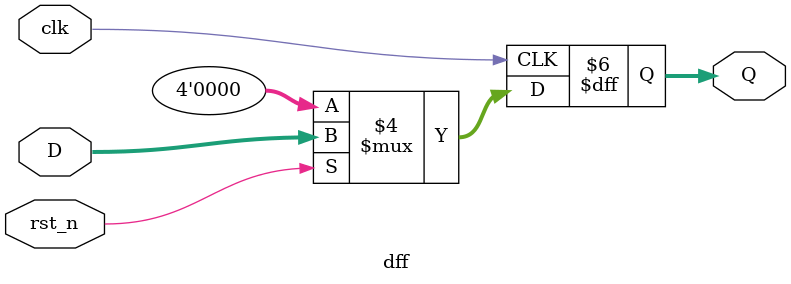
<source format=v>
module hw5_q1 (
  input dir, clk, rst_n,
  output [3:0] count
  );
  
  wire [3:0] w1, w2, w3, w4;
  wire enable;
  
  assign w1 = count - enable;
  assign w2 = count + enable;
  assign w3 = dir ? w2 : w1;
  
  sat_check inst_0 (count, dir, enable);
  dff DQ (.Q(count), .D(w3), .rst_n(rst_n), .clk(clk));
  
endmodule




module sat_check (
  input [3:0] count,
  input dir,
  output  enable
  );
  
  wire w1, w2;
  
  and U1A (w1, ~count[0], ~count[1], ~count[2], ~count[3], ~dir);
  and U1B (w2, count[0], count[1], count[2], count[3], dir);
  and U2 (enable, ~w1, ~w2);
  
endmodule




module dff #(
  parameter WIDTH=4
) (
  input rst_n, clk,
  input [WIDTH-1:0] D,
  output reg [WIDTH-1:0] Q
);

  always @( posedge clk )
  begin
    if( !rst_n )
      Q <= 0;
    else
      Q <= D;
  end

endmodule


</source>
